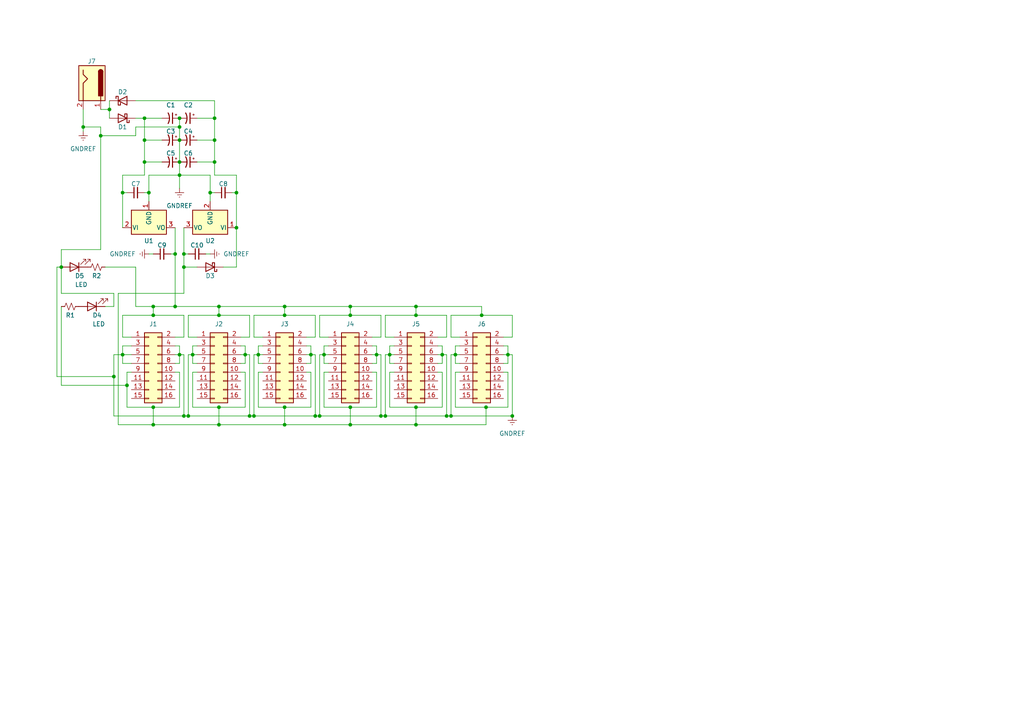
<source format=kicad_sch>
(kicad_sch (version 20230121) (generator eeschema)
  (paper "A4")
  (title_block (title "Power Word Stun PSU") (date "08/18/2023") (rev "1") (company "Synth Mages") (comment 1 "Eurorack power supply unit supplying ±12V"))
  (lib_symbols
    (symbol "Connector:Barrel_Jack" (pin_names (offset 1.016))
      (property "Reference" "J" (at 0 5.334 0))
      (property "Value" "Barrel_Jack" (at 0 -5.08 0))
      (symbol "Barrel_Jack_0_1"
        (rectangle (start -5.08 3.81) (end 5.08 -3.81) (stroke (width 0.254)) (fill (type background)))
        (arc (start -3.302 3.175) (mid -3.9343 2.54) (end -3.302 1.905) (stroke (width 0.254)))
        (arc (start -3.302 3.175) (mid -3.9343 2.54) (end -3.302 1.905) (stroke (width 0.254)) (fill (type outline)))
        (polyline (pts (xy 5.08 2.54) (xy 3.81 2.54)) (stroke (width 0.254)))
        (polyline (pts (xy -3.81 -2.54) (xy -2.54 -2.54) (xy -1.27 -1.27) (xy 0 -2.54) (xy 2.54 -2.54) (xy 5.08 -2.54)) (stroke (width 0.254)))
        (rectangle (start 3.683 3.175) (end -3.302 1.905) (stroke (width 0.254)) (fill (type outline)))
      )
      (symbol "Barrel_Jack_1_1"
        (pin passive line (at 7.62 2.54 180) (length 2.54) (name "~") (number "1"))
        (pin passive line (at 7.62 -2.54 180) (length 2.54) (name "~") (number "2"))
      )
    )
    (symbol "Connector_Generic:Conn_02x08_Odd_Even" (pin_names (offset 1.016) hide)
      (property "Reference" "J" (at 1.27 10.16 0))
      (property "Value" "Conn_02x08_Odd_Even" (at 1.27 -12.7 0))
      (symbol "Conn_02x08_Odd_Even_1_1"
        (rectangle (start -1.27 -10.033) (end 0 -10.287) (stroke (width 0.1524)))
        (rectangle (start -1.27 -7.493) (end 0 -7.747) (stroke (width 0.1524)))
        (rectangle (start -1.27 -4.953) (end 0 -5.207) (stroke (width 0.1524)))
        (rectangle (start -1.27 -2.413) (end 0 -2.667) (stroke (width 0.1524)))
        (rectangle (start -1.27 0.127) (end 0 -0.127) (stroke (width 0.1524)))
        (rectangle (start -1.27 2.667) (end 0 2.413) (stroke (width 0.1524)))
        (rectangle (start -1.27 5.207) (end 0 4.953) (stroke (width 0.1524)))
        (rectangle (start -1.27 7.747) (end 0 7.493) (stroke (width 0.1524)))
        (rectangle (start -1.27 8.89) (end 3.81 -11.43) (stroke (width 0.254)) (fill (type background)))
        (rectangle (start 3.81 -10.033) (end 2.54 -10.287) (stroke (width 0.1524)))
        (rectangle (start 3.81 -7.493) (end 2.54 -7.747) (stroke (width 0.1524)))
        (rectangle (start 3.81 -4.953) (end 2.54 -5.207) (stroke (width 0.1524)))
        (rectangle (start 3.81 -2.413) (end 2.54 -2.667) (stroke (width 0.1524)))
        (rectangle (start 3.81 0.127) (end 2.54 -0.127) (stroke (width 0.1524)))
        (rectangle (start 3.81 2.667) (end 2.54 2.413) (stroke (width 0.1524)))
        (rectangle (start 3.81 5.207) (end 2.54 4.953) (stroke (width 0.1524)))
        (rectangle (start 3.81 7.747) (end 2.54 7.493) (stroke (width 0.1524)))
        (pin passive line (at -5.08 7.62 0) (length 3.81) (name "Pin_1") (number "1"))
        (pin passive line (at 7.62 -2.54 180) (length 3.81) (name "Pin_10") (number "10"))
        (pin passive line (at -5.08 -5.08 0) (length 3.81) (name "Pin_11") (number "11"))
        (pin passive line (at 7.62 -5.08 180) (length 3.81) (name "Pin_12") (number "12"))
        (pin passive line (at -5.08 -7.62 0) (length 3.81) (name "Pin_13") (number "13"))
        (pin passive line (at 7.62 -7.62 180) (length 3.81) (name "Pin_14") (number "14"))
        (pin passive line (at -5.08 -10.16 0) (length 3.81) (name "Pin_15") (number "15"))
        (pin passive line (at 7.62 -10.16 180) (length 3.81) (name "Pin_16") (number "16"))
        (pin passive line (at 7.62 7.62 180) (length 3.81) (name "Pin_2") (number "2"))
        (pin passive line (at -5.08 5.08 0) (length 3.81) (name "Pin_3") (number "3"))
        (pin passive line (at 7.62 5.08 180) (length 3.81) (name "Pin_4") (number "4"))
        (pin passive line (at -5.08 2.54 0) (length 3.81) (name "Pin_5") (number "5"))
        (pin passive line (at 7.62 2.54 180) (length 3.81) (name "Pin_6") (number "6"))
        (pin passive line (at -5.08 0 0) (length 3.81) (name "Pin_7") (number "7"))
        (pin passive line (at 7.62 0 180) (length 3.81) (name "Pin_8") (number "8"))
        (pin passive line (at -5.08 -2.54 0) (length 3.81) (name "Pin_9") (number "9"))
      )
    )
    (symbol "Device:C_Polarized_Small_US" (pin_numbers hide) (pin_names (offset 0.254) hide)
      (property "Reference" "C" (at 0.254 1.778 0))
      (property "Value" "C_Polarized_Small_US" (at 0.254 -2.032 0))
      (symbol "C_Polarized_Small_US_0_1"
        (polyline (pts (xy -1.524 0.508) (xy 1.524 0.508)) (stroke (width 0.3048)))
        (polyline (pts (xy -1.27 1.524) (xy -0.762 1.524)))
        (polyline (pts (xy -1.016 1.27) (xy -1.016 1.778)))
        (arc (start 1.524 -0.762) (mid 0 -0.3734) (end -1.524 -0.762) (stroke (width 0.3048)))
      )
      (symbol "C_Polarized_Small_US_1_1"
        (pin passive line (at 0 2.54 270) (length 2.032) (name "~") (number "1"))
        (pin passive line (at 0 -2.54 90) (length 2.032) (name "~") (number "2"))
      )
    )
    (symbol "Device:C_Small" (pin_numbers hide) (pin_names (offset 0.254) hide)
      (property "Reference" "C" (at 0.254 1.778 0))
      (property "Value" "C_Small" (at 0.254 -2.032 0))
      (symbol "C_Small_0_1"
        (polyline (pts (xy -1.524 -0.508) (xy 1.524 -0.508)) (stroke (width 0.3302)))
        (polyline (pts (xy -1.524 0.508) (xy 1.524 0.508)) (stroke (width 0.3048)))
      )
      (symbol "C_Small_1_1"
        (pin passive line (at 0 2.54 270) (length 2.032) (name "~") (number "1"))
        (pin passive line (at 0 -2.54 90) (length 2.032) (name "~") (number "2"))
      )
    )
    (symbol "Device:LED" (pin_numbers hide) (pin_names (offset 1.016) hide)
      (property "Reference" "D" (at 0 2.54 0))
      (property "Value" "LED" (at 0 -2.54 0))
      (symbol "LED_0_1"
        (polyline (pts (xy -1.27 -1.27) (xy -1.27 1.27)) (stroke (width 0.254)))
        (polyline (pts (xy -1.27 0) (xy 1.27 0)))
        (polyline (pts (xy 1.27 -1.27) (xy 1.27 1.27) (xy -1.27 0) (xy 1.27 -1.27)) (stroke (width 0.254)))
        (polyline (pts (xy -3.048 -0.762) (xy -4.572 -2.286) (xy -3.81 -2.286) (xy -4.572 -2.286) (xy -4.572 -1.524)))
        (polyline (pts (xy -1.778 -0.762) (xy -3.302 -2.286) (xy -2.54 -2.286) (xy -3.302 -2.286) (xy -3.302 -1.524)))
      )
      (symbol "LED_1_1"
        (pin passive line (at -3.81 0 0) (length 2.54) (name "K") (number "1"))
        (pin passive line (at 3.81 0 180) (length 2.54) (name "A") (number "2"))
      )
    )
    (symbol "Device:R_Small_US" (pin_numbers hide) (pin_names (offset 0.254) hide)
      (property "Reference" "R" (at 0.762 0.508 0))
      (property "Value" "R_Small_US" (at 0.762 -1.016 0))
      (symbol "R_Small_US_1_1"
        (polyline (pts (xy 0 0) (xy 1.016 -0.381) (xy 0 -0.762) (xy -1.016 -1.143) (xy 0 -1.524)))
        (polyline (pts (xy 0 1.524) (xy 1.016 1.143) (xy 0 0.762) (xy -1.016 0.381) (xy 0 0)))
        (pin passive line (at 0 2.54 270) (length 1.016) (name "~") (number "1"))
        (pin passive line (at 0 -2.54 90) (length 1.016) (name "~") (number "2"))
      )
    )
    (symbol "Diode:1N5817" (pin_numbers hide) (pin_names (offset 1.016) hide)
      (property "Reference" "D" (at 0 2.54 0))
      (property "Value" "1N5817" (at 0 -2.54 0))
      (symbol "1N5817_0_1"
        (polyline (pts (xy 1.27 0) (xy -1.27 0)))
        (polyline (pts (xy 1.27 1.27) (xy 1.27 -1.27) (xy -1.27 0) (xy 1.27 1.27)) (stroke (width 0.254)))
        (polyline (pts (xy -1.905 0.635) (xy -1.905 1.27) (xy -1.27 1.27) (xy -1.27 -1.27) (xy -0.635 -1.27) (xy -0.635 -0.635)) (stroke (width 0.254)))
      )
      (symbol "1N5817_1_1"
        (pin passive line (at -3.81 0 0) (length 2.54) (name "K") (number "1"))
        (pin passive line (at 3.81 0 180) (length 2.54) (name "A") (number "2"))
      )
    )
    (symbol "Regulator_Linear:LM7812_TO220" (pin_names (offset 0.254))
      (property "Reference" "U" (at -3.81 3.175 0))
      (property "Value" "LM7812_TO220" (at 0 3.175 0))
      (symbol "LM7812_TO220_0_1"
        (rectangle (start -5.08 1.905) (end 5.08 -5.08) (stroke (width 0.254)) (fill (type background)))
      )
      (symbol "LM7812_TO220_1_1"
        (pin power_in line (at -7.62 0 0) (length 2.54) (name "VI") (number "1"))
        (pin power_in line (at 0 -7.62 90) (length 2.54) (name "GND") (number "2"))
        (pin power_out line (at 7.62 0 180) (length 2.54) (name "VO") (number "3"))
      )
    )
    (symbol "Regulator_Linear:LM7912_TO220" (pin_names (offset 0.254))
      (property "Reference" "U" (at -3.81 -3.175 0))
      (property "Value" "LM7912_TO220" (at 0 -3.175 0))
      (symbol "LM7912_TO220_0_1"
        (rectangle (start -5.08 5.08) (end 5.08 -1.905) (stroke (width 0.254)) (fill (type background)))
      )
      (symbol "LM7912_TO220_1_1"
        (pin power_in line (at 0 7.62 270) (length 2.54) (name "GND") (number "1"))
        (pin power_in line (at -7.62 0 0) (length 2.54) (name "VI") (number "2"))
        (pin power_out line (at 7.62 0 180) (length 2.54) (name "VO") (number "3"))
      )
    )
    (symbol "power:GNDREF" (power) (pin_names (offset 0))
      (property "Value" "GNDREF" (at 0 -3.81 0))
      (symbol "GNDREF_0_1"
        (polyline (pts (xy -0.635 -1.905) (xy 0.635 -1.905)))
        (polyline (pts (xy -0.127 -2.54) (xy 0.127 -2.54)))
        (polyline (pts (xy 0 -1.27) (xy 0 0)))
        (polyline (pts (xy 1.27 -1.27) (xy -1.27 -1.27)))
      )
      (symbol "GNDREF_1_1"
        (pin power_in line (at 0 0 270) (length 0) hide (name "GNDREF") (number "1"))
      )
    )
  )
  (junction (at 52.07 46.99))
  (junction (at 52.07 50.8))
  (junction (at 147.32 102.87))
  (junction (at 63.5 88.9))
  (junction (at 52.07 36.83))
  (junction (at 120.65 118.11))
  (junction (at 50.8 88.9))
  (junction (at 82.55 123.19))
  (junction (at 111.76 120.65))
  (junction (at 82.55 118.11))
  (junction (at 63.5 118.11))
  (junction (at 36.83 111.76))
  (junction (at 44.45 123.19))
  (junction (at 17.78 77.47))
  (junction (at 71.12 102.87))
  (junction (at 113.03 102.87))
  (junction (at 130.81 120.65))
  (junction (at 140.97 118.11))
  (junction (at 101.6 123.19))
  (junction (at 63.5 123.19))
  (junction (at 120.65 88.9))
  (junction (at 101.6 118.11))
  (junction (at 24.13 36.83))
  (junction (at 72.39 120.65))
  (junction (at 33.02 109.22))
  (junction (at 55.88 102.87))
  (junction (at 68.58 66.04))
  (junction (at 41.91 34.29))
  (junction (at 31.75 31.75))
  (junction (at 120.65 91.44))
  (junction (at 139.7 91.44))
  (junction (at 53.34 77.47))
  (junction (at 109.22 102.87))
  (junction (at 62.23 40.64))
  (junction (at 132.08 102.87))
  (junction (at 110.49 120.65))
  (junction (at 93.98 102.87))
  (junction (at 35.56 102.87))
  (junction (at 50.8 73.66))
  (junction (at 60.96 55.88))
  (junction (at 148.59 120.65))
  (junction (at 82.55 91.44))
  (junction (at 73.66 120.65))
  (junction (at 52.07 40.64))
  (junction (at 82.55 88.9))
  (junction (at 53.34 120.65))
  (junction (at 41.91 46.99))
  (junction (at 35.56 55.88))
  (junction (at 128.27 102.87))
  (junction (at 90.17 102.87))
  (junction (at 29.21 39.37))
  (junction (at 68.58 55.88))
  (junction (at 52.07 102.87))
  (junction (at 63.5 91.44))
  (junction (at 101.6 91.44))
  (junction (at 101.6 88.9))
  (junction (at 41.91 40.64))
  (junction (at 53.34 73.66))
  (junction (at 52.07 34.29))
  (junction (at 44.45 118.11))
  (junction (at 43.18 55.88))
  (junction (at 44.45 91.44))
  (junction (at 54.61 120.65))
  (junction (at 120.65 123.19))
  (junction (at 44.45 88.9))
  (junction (at 62.23 34.29))
  (junction (at 91.44 120.65))
  (junction (at 129.54 120.65))
  (junction (at 62.23 46.99))
  (junction (at 74.93 102.87))
  (junction (at 92.71 120.65))
  (wire (pts (xy 74.93 118.11) (xy 74.93 107.95)))
  (wire (pts (xy 35.56 55.88) (xy 36.83 55.88)))
  (wire (pts (xy 60.96 55.88) (xy 60.96 58.42)))
  (wire (pts (xy 120.65 88.9) (xy 120.65 91.44)))
  (wire (pts (xy 111.76 120.65) (xy 110.49 120.65)))
  (wire (pts (xy 50.8 107.95) (xy 52.07 107.95)))
  (wire (pts (xy 60.96 55.88) (xy 62.23 55.88)))
  (wire (pts (xy 92.71 102.87) (xy 92.71 120.65)))
  (wire (pts (xy 111.76 91.44) (xy 120.65 91.44)))
  (wire (pts (xy 128.27 100.33) (xy 128.27 102.87)))
  (wire (pts (xy 88.9 100.33) (xy 90.17 100.33)))
  (wire (pts (xy 35.56 105.41) (xy 38.1 105.41)))
  (wire (pts (xy 36.83 118.11) (xy 36.83 111.76)))
  (wire (pts (xy 101.6 118.11) (xy 93.98 118.11)))
  (wire (pts (xy 132.08 107.95) (xy 133.35 107.95)))
  (wire (pts (xy 63.5 88.9) (xy 82.55 88.9)))
  (wire (pts (xy 92.71 91.44) (xy 101.6 91.44)))
  (wire (pts (xy 93.98 105.41) (xy 95.25 105.41)))
  (wire (pts (xy 130.81 102.87) (xy 130.81 120.65)))
  (wire (pts (xy 39.37 39.37) (xy 39.37 36.83)))
  (wire (pts (xy 130.81 120.65) (xy 129.54 120.65)))
  (wire (pts (xy 147.32 102.87) (xy 148.59 102.87)))
  (wire (pts (xy 17.78 85.09) (xy 33.02 85.09)))
  (wire (pts (xy 69.85 102.87) (xy 71.12 102.87)))
  (wire (pts (xy 114.3 97.79) (xy 111.76 97.79)))
  (wire (pts (xy 52.07 100.33) (xy 52.07 102.87)))
  (wire (pts (xy 113.03 107.95) (xy 114.3 107.95)))
  (wire (pts (xy 50.8 105.41) (xy 52.07 105.41)))
  (wire (pts (xy 60.96 50.8) (xy 60.96 55.88)))
  (wire (pts (xy 147.32 102.87) (xy 147.32 105.41)))
  (wire (pts (xy 132.08 118.11) (xy 132.08 107.95)))
  (wire (pts (xy 36.83 107.95) (xy 38.1 107.95)))
  (wire (pts (xy 29.21 72.39) (xy 17.78 72.39)))
  (wire (pts (xy 17.78 111.76) (xy 36.83 111.76)))
  (wire (pts (xy 35.56 102.87) (xy 33.02 102.87)))
  (wire (pts (xy 62.23 46.99) (xy 62.23 50.8)))
  (wire (pts (xy 17.78 72.39) (xy 17.78 77.47)))
  (wire (pts (xy 114.3 100.33) (xy 113.03 100.33)))
  (wire (pts (xy 107.95 100.33) (xy 109.22 100.33)))
  (wire (pts (xy 54.61 97.79) (xy 54.61 91.44)))
  (wire (pts (xy 44.45 118.11) (xy 44.45 123.19)))
  (wire (pts (xy 53.34 66.04) (xy 53.34 73.66)))
  (wire (pts (xy 90.17 118.11) (xy 82.55 118.11)))
  (wire (pts (xy 33.02 85.09) (xy 33.02 88.9)))
  (wire (pts (xy 71.12 102.87) (xy 72.39 102.87)))
  (wire (pts (xy 52.07 107.95) (xy 52.07 118.11)))
  (wire (pts (xy 52.07 50.8) (xy 60.96 50.8)))
  (wire (pts (xy 109.22 100.33) (xy 109.22 102.87)))
  (wire (pts (xy 55.88 102.87) (xy 54.61 102.87)))
  (wire (pts (xy 128.27 118.11) (xy 120.65 118.11)))
  (wire (pts (xy 129.54 102.87) (xy 129.54 120.65)))
  (wire (pts (xy 88.9 102.87) (xy 90.17 102.87)))
  (wire (pts (xy 50.8 73.66) (xy 50.8 88.9)))
  (wire (pts (xy 130.81 97.79) (xy 130.81 91.44)))
  (wire (pts (xy 72.39 91.44) (xy 72.39 97.79)))
  (wire (pts (xy 110.49 97.79) (xy 107.95 97.79)))
  (wire (pts (xy 24.13 36.83) (xy 29.21 36.83)))
  (wire (pts (xy 63.5 118.11) (xy 55.88 118.11)))
  (wire (pts (xy 41.91 40.64) (xy 41.91 46.99)))
  (wire (pts (xy 127 105.41) (xy 128.27 105.41)))
  (wire (pts (xy 55.88 102.87) (xy 55.88 105.41)))
  (wire (pts (xy 62.23 29.21) (xy 62.23 34.29)))
  (wire (pts (xy 73.66 102.87) (xy 73.66 120.65)))
  (wire (pts (xy 90.17 102.87) (xy 91.44 102.87)))
  (wire (pts (xy 73.66 120.65) (xy 72.39 120.65)))
  (wire (pts (xy 34.29 85.09) (xy 34.29 123.19)))
  (wire (pts (xy 35.56 100.33) (xy 35.56 102.87)))
  (wire (pts (xy 53.34 73.66) (xy 54.61 73.66)))
  (wire (pts (xy 33.02 109.22) (xy 33.02 120.65)))
  (wire (pts (xy 92.71 120.65) (xy 91.44 120.65)))
  (wire (pts (xy 57.15 40.64) (xy 62.23 40.64)))
  (wire (pts (xy 72.39 97.79) (xy 69.85 97.79)))
  (wire (pts (xy 129.54 120.65) (xy 111.76 120.65)))
  (wire (pts (xy 92.71 97.79) (xy 92.71 91.44)))
  (wire (pts (xy 130.81 91.44) (xy 139.7 91.44)))
  (wire (pts (xy 146.05 105.41) (xy 147.32 105.41)))
  (wire (pts (xy 76.2 100.33) (xy 74.93 100.33)))
  (wire (pts (xy 93.98 102.87) (xy 92.71 102.87)))
  (wire (pts (xy 72.39 102.87) (xy 72.39 120.65)))
  (wire (pts (xy 74.93 105.41) (xy 76.2 105.41)))
  (wire (pts (xy 43.18 50.8) (xy 43.18 55.88)))
  (wire (pts (xy 52.07 40.64) (xy 52.07 46.99)))
  (wire (pts (xy 128.27 107.95) (xy 128.27 118.11)))
  (wire (pts (xy 57.15 46.99) (xy 62.23 46.99)))
  (wire (pts (xy 31.75 31.75) (xy 31.75 34.29)))
  (wire (pts (xy 63.5 123.19) (xy 82.55 123.19)))
  (wire (pts (xy 39.37 36.83) (xy 52.07 36.83)))
  (wire (pts (xy 43.18 73.66) (xy 44.45 73.66)))
  (wire (pts (xy 146.05 100.33) (xy 147.32 100.33)))
  (wire (pts (xy 109.22 107.95) (xy 109.22 118.11)))
  (wire (pts (xy 88.9 105.41) (xy 90.17 105.41)))
  (wire (pts (xy 71.12 107.95) (xy 71.12 118.11)))
  (wire (pts (xy 120.65 88.9) (xy 139.7 88.9)))
  (wire (pts (xy 63.5 91.44) (xy 72.39 91.44)))
  (wire (pts (xy 64.77 77.47) (xy 68.58 77.47)))
  (wire (pts (xy 93.98 100.33) (xy 93.98 102.87)))
  (wire (pts (xy 128.27 102.87) (xy 129.54 102.87)))
  (wire (pts (xy 39.37 88.9) (xy 44.45 88.9)))
  (wire (pts (xy 133.35 100.33) (xy 132.08 100.33)))
  (wire (pts (xy 74.93 102.87) (xy 73.66 102.87)))
  (wire (pts (xy 29.21 36.83) (xy 29.21 39.37)))
  (wire (pts (xy 52.07 118.11) (xy 44.45 118.11)))
  (wire (pts (xy 109.22 102.87) (xy 109.22 105.41)))
  (wire (pts (xy 113.03 102.87) (xy 114.3 102.87)))
  (wire (pts (xy 120.65 118.11) (xy 113.03 118.11)))
  (wire (pts (xy 54.61 120.65) (xy 53.34 120.65)))
  (wire (pts (xy 71.12 118.11) (xy 63.5 118.11)))
  (wire (pts (xy 38.1 102.87) (xy 35.56 102.87)))
  (wire (pts (xy 93.98 102.87) (xy 95.25 102.87)))
  (wire (pts (xy 43.18 50.8) (xy 52.07 50.8)))
  (wire (pts (xy 82.55 88.9) (xy 101.6 88.9)))
  (wire (pts (xy 62.23 34.29) (xy 62.23 40.64)))
  (wire (pts (xy 90.17 102.87) (xy 90.17 105.41)))
  (wire (pts (xy 50.8 88.9) (xy 44.45 88.9)))
  (wire (pts (xy 147.32 107.95) (xy 147.32 118.11)))
  (wire (pts (xy 67.31 55.88) (xy 68.58 55.88)))
  (wire (pts (xy 139.7 88.9) (xy 139.7 91.44)))
  (wire (pts (xy 132.08 102.87) (xy 130.81 102.87)))
  (wire (pts (xy 111.76 97.79) (xy 111.76 91.44)))
  (wire (pts (xy 68.58 50.8) (xy 68.58 55.88)))
  (wire (pts (xy 132.08 102.87) (xy 132.08 105.41)))
  (wire (pts (xy 127 107.95) (xy 128.27 107.95)))
  (wire (pts (xy 39.37 77.47) (xy 39.37 88.9)))
  (wire (pts (xy 53.34 85.09) (xy 34.29 85.09)))
  (wire (pts (xy 69.85 107.95) (xy 71.12 107.95)))
  (wire (pts (xy 95.25 100.33) (xy 93.98 100.33)))
  (wire (pts (xy 90.17 100.33) (xy 90.17 102.87)))
  (wire (pts (xy 113.03 102.87) (xy 111.76 102.87)))
  (wire (pts (xy 74.93 102.87) (xy 74.93 105.41)))
  (wire (pts (xy 132.08 118.11) (xy 140.97 118.11)))
  (wire (pts (xy 35.56 91.44) (xy 44.45 91.44)))
  (wire (pts (xy 107.95 102.87) (xy 109.22 102.87)))
  (wire (pts (xy 129.54 97.79) (xy 127 97.79)))
  (wire (pts (xy 29.21 39.37) (xy 39.37 39.37)))
  (wire (pts (xy 52.07 50.8) (xy 52.07 54.61)))
  (wire (pts (xy 91.44 102.87) (xy 91.44 120.65)))
  (wire (pts (xy 82.55 88.9) (xy 82.55 91.44)))
  (wire (pts (xy 107.95 105.41) (xy 109.22 105.41)))
  (wire (pts (xy 101.6 88.9) (xy 101.6 91.44)))
  (wire (pts (xy 74.93 100.33) (xy 74.93 102.87)))
  (wire (pts (xy 39.37 29.21) (xy 62.23 29.21)))
  (wire (pts (xy 52.07 102.87) (xy 52.07 105.41)))
  (wire (pts (xy 41.91 46.99) (xy 46.99 46.99)))
  (wire (pts (xy 16.51 77.47) (xy 16.51 109.22)))
  (wire (pts (xy 120.65 91.44) (xy 129.54 91.44)))
  (wire (pts (xy 74.93 107.95) (xy 76.2 107.95)))
  (wire (pts (xy 35.56 50.8) (xy 35.56 55.88)))
  (wire (pts (xy 53.34 77.47) (xy 57.15 77.47)))
  (wire (pts (xy 127 100.33) (xy 128.27 100.33)))
  (wire (pts (xy 55.88 102.87) (xy 57.15 102.87)))
  (wire (pts (xy 52.07 34.29) (xy 52.07 36.83)))
  (wire (pts (xy 133.35 97.79) (xy 130.81 97.79)))
  (wire (pts (xy 53.34 120.65) (xy 33.02 120.65)))
  (wire (pts (xy 127 102.87) (xy 128.27 102.87)))
  (wire (pts (xy 44.45 88.9) (xy 44.45 91.44)))
  (wire (pts (xy 52.07 36.83) (xy 52.07 40.64)))
  (wire (pts (xy 52.07 102.87) (xy 53.34 102.87)))
  (wire (pts (xy 50.8 88.9) (xy 63.5 88.9)))
  (wire (pts (xy 55.88 118.11) (xy 55.88 107.95)))
  (wire (pts (xy 41.91 40.64) (xy 46.99 40.64)))
  (wire (pts (xy 55.88 105.41) (xy 57.15 105.41)))
  (wire (pts (xy 54.61 102.87) (xy 54.61 120.65)))
  (wire (pts (xy 36.83 111.76) (xy 36.83 107.95)))
  (wire (pts (xy 41.91 55.88) (xy 43.18 55.88)))
  (wire (pts (xy 132.08 102.87) (xy 133.35 102.87)))
  (wire (pts (xy 41.91 34.29) (xy 46.99 34.29)))
  (wire (pts (xy 35.56 55.88) (xy 35.56 66.04)))
  (wire (pts (xy 140.97 118.11) (xy 140.97 123.19)))
  (wire (pts (xy 91.44 91.44) (xy 91.44 97.79)))
  (wire (pts (xy 63.5 88.9) (xy 63.5 91.44)))
  (wire (pts (xy 54.61 91.44) (xy 63.5 91.44)))
  (wire (pts (xy 101.6 88.9) (xy 120.65 88.9)))
  (wire (pts (xy 74.93 102.87) (xy 76.2 102.87)))
  (wire (pts (xy 44.45 118.11) (xy 36.83 118.11)))
  (wire (pts (xy 34.29 123.19) (xy 44.45 123.19)))
  (wire (pts (xy 110.49 102.87) (xy 110.49 120.65)))
  (wire (pts (xy 69.85 105.41) (xy 71.12 105.41)))
  (wire (pts (xy 93.98 107.95) (xy 95.25 107.95)))
  (wire (pts (xy 35.56 97.79) (xy 35.56 91.44)))
  (wire (pts (xy 57.15 34.29) (xy 62.23 34.29)))
  (wire (pts (xy 146.05 102.87) (xy 147.32 102.87)))
  (wire (pts (xy 128.27 102.87) (xy 128.27 105.41)))
  (wire (pts (xy 101.6 123.19) (xy 120.65 123.19)))
  (wire (pts (xy 41.91 46.99) (xy 41.91 50.8)))
  (wire (pts (xy 109.22 118.11) (xy 101.6 118.11)))
  (wire (pts (xy 49.53 73.66) (xy 50.8 73.66)))
  (wire (pts (xy 24.13 31.75) (xy 24.13 36.83)))
  (wire (pts (xy 93.98 102.87) (xy 93.98 105.41)))
  (wire (pts (xy 91.44 97.79) (xy 88.9 97.79)))
  (wire (pts (xy 146.05 107.95) (xy 147.32 107.95)))
  (wire (pts (xy 113.03 118.11) (xy 113.03 107.95)))
  (wire (pts (xy 38.1 97.79) (xy 35.56 97.79)))
  (wire (pts (xy 82.55 123.19) (xy 101.6 123.19)))
  (wire (pts (xy 110.49 120.65) (xy 92.71 120.65)))
  (wire (pts (xy 132.08 100.33) (xy 132.08 102.87)))
  (wire (pts (xy 44.45 123.19) (xy 63.5 123.19)))
  (wire (pts (xy 101.6 91.44) (xy 110.49 91.44)))
  (wire (pts (xy 53.34 97.79) (xy 50.8 97.79)))
  (wire (pts (xy 101.6 118.11) (xy 101.6 123.19)))
  (wire (pts (xy 109.22 102.87) (xy 110.49 102.87)))
  (wire (pts (xy 38.1 100.33) (xy 35.56 100.33)))
  (wire (pts (xy 91.44 120.65) (xy 73.66 120.65)))
  (wire (pts (xy 53.34 73.66) (xy 53.34 77.47)))
  (wire (pts (xy 82.55 91.44) (xy 91.44 91.44)))
  (wire (pts (xy 30.48 88.9) (xy 33.02 88.9)))
  (wire (pts (xy 88.9 107.95) (xy 90.17 107.95)))
  (wire (pts (xy 62.23 40.64) (xy 62.23 46.99)))
  (wire (pts (xy 53.34 77.47) (xy 53.34 85.09)))
  (wire (pts (xy 62.23 50.8) (xy 68.58 50.8)))
  (wire (pts (xy 33.02 102.87) (xy 33.02 109.22)))
  (wire (pts (xy 139.7 91.44) (xy 148.59 91.44)))
  (wire (pts (xy 72.39 120.65) (xy 54.61 120.65)))
  (wire (pts (xy 17.78 77.47) (xy 17.78 85.09)))
  (wire (pts (xy 17.78 77.47) (xy 16.51 77.47)))
  (wire (pts (xy 113.03 102.87) (xy 113.03 105.41)))
  (wire (pts (xy 76.2 97.79) (xy 73.66 97.79)))
  (wire (pts (xy 95.25 97.79) (xy 92.71 97.79)))
  (wire (pts (xy 111.76 102.87) (xy 111.76 120.65)))
  (wire (pts (xy 31.75 31.75) (xy 29.21 31.75)))
  (wire (pts (xy 24.13 36.83) (xy 24.13 38.1)))
  (wire (pts (xy 132.08 105.41) (xy 133.35 105.41)))
  (wire (pts (xy 50.8 102.87) (xy 52.07 102.87)))
  (wire (pts (xy 59.69 73.66) (xy 60.96 73.66)))
  (wire (pts (xy 147.32 100.33) (xy 147.32 102.87)))
  (wire (pts (xy 44.45 91.44) (xy 53.34 91.44)))
  (wire (pts (xy 68.58 55.88) (xy 68.58 66.04)))
  (wire (pts (xy 55.88 100.33) (xy 55.88 102.87)))
  (wire (pts (xy 16.51 109.22) (xy 33.02 109.22)))
  (wire (pts (xy 90.17 107.95) (xy 90.17 118.11)))
  (wire (pts (xy 29.21 39.37) (xy 29.21 72.39)))
  (wire (pts (xy 113.03 100.33) (xy 113.03 102.87)))
  (wire (pts (xy 57.15 100.33) (xy 55.88 100.33)))
  (wire (pts (xy 35.56 102.87) (xy 35.56 105.41)))
  (wire (pts (xy 57.15 97.79) (xy 54.61 97.79)))
  (wire (pts (xy 110.49 91.44) (xy 110.49 97.79)))
  (wire (pts (xy 148.59 91.44) (xy 148.59 97.79)))
  (wire (pts (xy 140.97 118.11) (xy 147.32 118.11)))
  (wire (pts (xy 50.8 100.33) (xy 52.07 100.33)))
  (wire (pts (xy 17.78 88.9) (xy 17.78 111.76)))
  (wire (pts (xy 31.75 29.21) (xy 31.75 31.75)))
  (wire (pts (xy 63.5 118.11) (xy 63.5 123.19)))
  (wire (pts (xy 73.66 97.79) (xy 73.66 91.44)))
  (wire (pts (xy 113.03 105.41) (xy 114.3 105.41)))
  (wire (pts (xy 43.18 58.42) (xy 43.18 55.88)))
  (wire (pts (xy 55.88 107.95) (xy 57.15 107.95)))
  (wire (pts (xy 41.91 34.29) (xy 41.91 40.64)))
  (wire (pts (xy 41.91 50.8) (xy 35.56 50.8)))
  (wire (pts (xy 82.55 118.11) (xy 74.93 118.11)))
  (wire (pts (xy 148.59 97.79) (xy 146.05 97.79)))
  (wire (pts (xy 53.34 102.87) (xy 53.34 120.65)))
  (wire (pts (xy 120.65 123.19) (xy 120.65 118.11)))
  (wire (pts (xy 50.8 66.04) (xy 50.8 73.66)))
  (wire (pts (xy 129.54 91.44) (xy 129.54 97.79)))
  (wire (pts (xy 73.66 91.44) (xy 82.55 91.44)))
  (wire (pts (xy 69.85 100.33) (xy 71.12 100.33)))
  (wire (pts (xy 140.97 123.19) (xy 120.65 123.19)))
  (wire (pts (xy 30.48 77.47) (xy 39.37 77.47)))
  (wire (pts (xy 71.12 100.33) (xy 71.12 102.87)))
  (wire (pts (xy 82.55 118.11) (xy 82.55 123.19)))
  (wire (pts (xy 107.95 107.95) (xy 109.22 107.95)))
  (wire (pts (xy 148.59 120.65) (xy 130.81 120.65)))
  (wire (pts (xy 53.34 91.44) (xy 53.34 97.79)))
  (wire (pts (xy 39.37 34.29) (xy 41.91 34.29)))
  (wire (pts (xy 71.12 102.87) (xy 71.12 105.41)))
  (wire (pts (xy 148.59 102.87) (xy 148.59 120.65)))
  (wire (pts (xy 68.58 77.47) (xy 68.58 66.04)))
  (wire (pts (xy 93.98 118.11) (xy 93.98 107.95)))
  (wire (pts (xy 52.07 46.99) (xy 52.07 50.8)))
  (symbol (lib_id "Diode:1N5817") (at 60.96 77.47 180) (unit 1)
    (property "Reference" "D3" (at 60.96 80.01 0))
    (property "Value" "1N5817" (effects hide))
    (property "Footprint" "Diode_THT:D_DO-41_SOD81_P10.16mm_Horizontal" (effects hide))
    (property "Datasheet" "http://www.vishay.com/docs/88525/1n5817.pdf" (effects hide))
  )
  (symbol (lib_id "Regulator_Linear:LM7812_TO220") (at 60.96 66.04 180) (unit 1)
    (property "Reference" "U2" (at 60.96 69.85 0))
    (property "Value" "LM7812" (effects hide))
    (property "Footprint" "Package_TO_SOT_THT:TO-220-3_Vertical" (effects hide))
    (property "Datasheet" "https://www.onsemi.cn/PowerSolutions/document/MC7800-D.PDF" (effects hide))
  )
  (symbol (lib_id "Connector_Generic:Conn_02x08_Odd_Even") (at 43.18 105.41 0) (unit 1)
    (property "Reference" "J1" (at 44.45 93.98 0))
    (property "Value" "Conn_02x08_Odd_Even" (effects hide))
    (property "Footprint" "Connector_IDC:IDC-Header_2x08_P2.54mm_Vertical" (effects hide))
  )
  (symbol (lib_id "power:GNDREF") (at 24.13 38.1 0) (unit 1)
    (property "Reference" "#PWR01" (effects hide))
    (property "Value" "GNDREF" (at 24.13 43.18 0))
  )
  (symbol (lib_id "Device:C_Small") (at 39.37 55.88 90) (unit 1)
    (property "Reference" "C7" (at 39.37 53.34 90))
    (property "Value" "1μF" (effects hide))
    (property "Footprint" "Capacitor_THT:C_Axial_L5.1mm_D3.1mm_P7.50mm_Horizontal" (effects hide))
  )
  (symbol (lib_id "power:GNDREF") (at 43.18 73.66 270) (unit 1)
    (property "Reference" "#PWR04" (effects hide))
    (property "Value" "GNDREF" (at 39.37 73.66 90) (effects (justify right)))
  )
  (symbol (lib_id "Connector_Generic:Conn_02x08_Odd_Even") (at 119.38 105.41 0) (unit 1)
    (property "Reference" "J5" (at 120.65 93.98 0))
    (property "Value" "Conn_02x08_Odd_Even" (effects hide))
    (property "Footprint" "Connector_IDC:IDC-Header_2x08_P2.54mm_Vertical" (effects hide))
  )
  (symbol (lib_id "Device:R_Small_US") (at 20.32 88.9 270) (unit 1)
    (property "Reference" "R1" (at 19.05 91.44 90) (effects (justify left)))
    (property "Value" "330Ω" (effects hide))
    (property "Footprint" "Resistor_THT:R_Axial_DIN0207_L6.3mm_D2.5mm_P15.24mm_Horizontal" (effects hide))
  )
  (symbol (lib_id "Device:C_Polarized_Small_US") (at 49.53 40.64 270) (unit 1)
    (property "Reference" "C3" (at 49.53 38.1 90))
    (property "Value" "4.7mF" (effects hide))
    (property "Footprint" "Capacitor_THT:CP_Radial_D16.0mm_P7.50mm" (effects hide))
  )
  (symbol (lib_id "Device:C_Small") (at 46.99 73.66 90) (unit 1)
    (property "Reference" "C9" (at 46.99 71.12 90))
    (property "Value" "1μF" (effects hide))
    (property "Footprint" "Capacitor_THT:C_Axial_L5.1mm_D3.1mm_P7.50mm_Horizontal" (effects hide))
  )
  (symbol (lib_id "Diode:1N5817") (at 35.56 29.21 0) (unit 1)
    (property "Reference" "D2" (at 35.56 26.67 0))
    (property "Value" "1N5817" (effects hide))
    (property "Footprint" "Diode_THT:D_DO-41_SOD81_P10.16mm_Horizontal" (effects hide))
    (property "Datasheet" "http://www.vishay.com/docs/88525/1n5817.pdf" (effects hide))
  )
  (symbol (lib_id "Device:C_Small") (at 57.15 73.66 90) (unit 1)
    (property "Reference" "C10" (at 57.15 71.12 90))
    (property "Value" "1μF" (effects hide))
    (property "Footprint" "Capacitor_THT:C_Axial_L5.1mm_D3.1mm_P7.50mm_Horizontal" (effects hide))
  )
  (symbol (lib_id "Device:C_Polarized_Small_US") (at 54.61 46.99 270) (unit 1)
    (property "Reference" "C6" (at 54.61 44.45 90))
    (property "Value" "4.7mF" (effects hide))
    (property "Footprint" "Capacitor_THT:CP_Radial_D16.0mm_P7.50mm" (effects hide))
  )
  (symbol (lib_id "power:GNDREF") (at 52.07 54.61 0) (unit 1)
    (property "Reference" "#PWR02" (effects hide))
    (property "Value" "GNDREF" (at 52.07 59.69 0))
  )
  (symbol (lib_id "Connector:Barrel_Jack") (at 26.67 24.13 270) (unit 1)
    (property "Reference" "J7" (at 25.4 17.78 90) (effects (justify left)))
    (property "Value" "Barrel_Jack" (effects hide))
    (property "Footprint" "Connector_BarrelJack:BarrelJack_SwitchcraftConxall_RAPC10U_Horizontal" (effects hide))
  )
  (symbol (lib_id "Device:C_Polarized_Small_US") (at 49.53 34.29 270) (unit 1)
    (property "Reference" "C1" (at 49.53 30.48 90))
    (property "Value" "4.7mF" (effects hide))
    (property "Footprint" "Capacitor_THT:CP_Radial_D16.0mm_P7.50mm" (effects hide))
  )
  (symbol (lib_id "power:GNDREF") (at 148.59 120.65 0) (unit 1)
    (property "Reference" "#PWR05" (effects hide))
    (property "Value" "GNDREF" (at 148.59 125.73 0))
  )
  (symbol (lib_id "Diode:1N5817") (at 35.56 34.29 180) (unit 1)
    (property "Reference" "D1" (at 35.56 36.83 0))
    (property "Value" "1N5817" (effects hide))
    (property "Footprint" "Diode_THT:D_DO-41_SOD81_P10.16mm_Horizontal" (effects hide))
    (property "Datasheet" "http://www.vishay.com/docs/88525/1n5817.pdf" (effects hide))
  )
  (symbol (lib_id "Device:LED") (at 21.59 77.47 180) (unit 1)
    (property "Reference" "D5" (at 24.4475 80.01 0) (effects (justify left)))
    (property "Value" "LED" (at 25.4 82.55 0) (effects (justify left)))
    (property "Footprint" "LED_THT:LED_D1.8mm_W3.3mm_H2.4mm" (effects hide))
  )
  (symbol (lib_id "Device:C_Polarized_Small_US") (at 54.61 34.29 270) (unit 1)
    (property "Reference" "C2" (at 54.61 30.48 90))
    (property "Value" "4.7mF" (effects hide))
    (property "Footprint" "Capacitor_THT:CP_Radial_D16.0mm_P7.50mm" (effects hide))
  )
  (symbol (lib_id "Connector_Generic:Conn_02x08_Odd_Even") (at 100.33 105.41 0) (unit 1)
    (property "Reference" "J4" (at 101.6 93.98 0))
    (property "Value" "Conn_02x08_Odd_Even" (effects hide))
    (property "Footprint" "Connector_IDC:IDC-Header_2x08_P2.54mm_Vertical" (effects hide))
  )
  (symbol (lib_id "Device:R_Small_US") (at 27.94 77.47 270) (unit 1)
    (property "Reference" "R2" (at 26.67 80.01 90) (effects (justify left)))
    (property "Value" "330Ω" (effects hide))
    (property "Footprint" "Resistor_THT:R_Axial_DIN0207_L6.3mm_D2.5mm_P15.24mm_Horizontal" (effects hide))
  )
  (symbol (lib_id "Device:C_Small") (at 64.77 55.88 90) (unit 1)
    (property "Reference" "C8" (at 64.77 53.34 90))
    (property "Value" "1μF" (effects hide))
    (property "Footprint" "Capacitor_THT:C_Axial_L5.1mm_D3.1mm_P7.50mm_Horizontal" (effects hide))
  )
  (symbol (lib_id "Connector_Generic:Conn_02x08_Odd_Even") (at 138.43 105.41 0) (unit 1)
    (property "Reference" "J6" (at 139.7 93.98 0))
    (property "Value" "Conn_02x08_Odd_Even" (effects hide))
    (property "Footprint" "Connector_IDC:IDC-Header_2x08_P2.54mm_Vertical" (effects hide))
  )
  (symbol (lib_id "Regulator_Linear:LM7912_TO220") (at 43.18 66.04 0) (unit 1)
    (property "Reference" "U1" (at 43.18 69.85 0))
    (property "Value" "LM7912" (effects hide))
    (property "Footprint" "Package_TO_SOT_THT:TO-220-3_Vertical" (effects hide))
    (property "Datasheet" "hhttps://www.onsemi.com/pub/Collateral/MC7900-D.PDF" (effects hide))
  )
  (symbol (lib_id "Device:LED") (at 26.67 88.9 180) (unit 1)
    (property "Reference" "D4" (at 29.5275 91.44 0) (effects (justify left)))
    (property "Value" "LED" (at 30.48 93.98 0) (effects (justify left)))
    (property "Footprint" "LED_THT:LED_D1.8mm_W3.3mm_H2.4mm" (effects hide))
  )
  (symbol (lib_id "Device:C_Polarized_Small_US") (at 49.53 46.99 270) (unit 1)
    (property "Reference" "C5" (at 49.53 44.45 90))
    (property "Value" "4.7mF" (effects hide))
    (property "Footprint" "Capacitor_THT:CP_Radial_D16.0mm_P7.50mm" (effects hide))
  )
  (symbol (lib_id "power:GNDREF") (at 60.96 73.66 90) (unit 1)
    (property "Reference" "#PWR03" (effects hide))
    (property "Value" "GNDREF" (at 64.77 73.66 90) (effects (justify right)))
  )
  (symbol (lib_id "Connector_Generic:Conn_02x08_Odd_Even") (at 62.23 105.41 0) (unit 1)
    (property "Reference" "J2" (at 63.5 93.98 0))
    (property "Value" "Conn_02x08_Odd_Even" (effects hide))
    (property "Footprint" "Connector_IDC:IDC-Header_2x08_P2.54mm_Vertical" (effects hide))
  )
  (symbol (lib_id "Connector_Generic:Conn_02x08_Odd_Even") (at 81.28 105.41 0) (unit 1)
    (property "Reference" "J3" (at 82.55 93.98 0))
    (property "Value" "Conn_02x08_Odd_Even" (effects hide))
    (property "Footprint" "Connector_IDC:IDC-Header_2x08_P2.54mm_Vertical" (effects hide))
  )
  (symbol (lib_id "Device:C_Polarized_Small_US") (at 54.61 40.64 270) (unit 1)
    (property "Reference" "C4" (at 54.61 38.1 90))
    (property "Value" "4.7mF" (effects hide))
    (property "Footprint" "Capacitor_THT:CP_Radial_D16.0mm_P7.50mm" (effects hide))
  )
)
</source>
